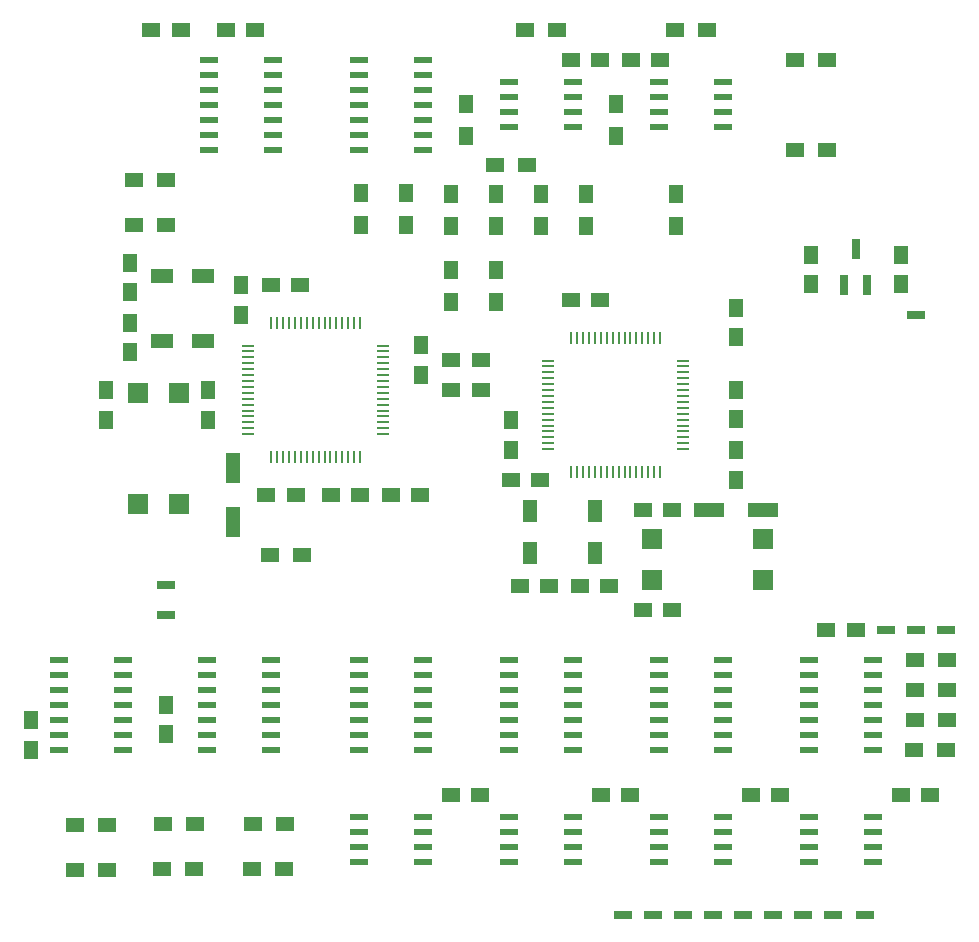
<source format=gtp>
%TF.GenerationSoftware,KiCad,Pcbnew,4.0.7*%
%TF.CreationDate,2018-02-11T18:04:31-06:00*%
%TF.ProjectId,motherboard,6D6F74686572626F6172642E6B696361,rev?*%
%TF.FileFunction,Paste,Top*%
%FSLAX46Y46*%
G04 Gerber Fmt 4.6, Leading zero omitted, Abs format (unit mm)*
G04 Created by KiCad (PCBNEW 4.0.7) date Sun Feb 11 18:04:31 2018*
%MOMM*%
%LPD*%
G01*
G04 APERTURE LIST*
%ADD10C,0.100000*%
%ADD11R,1.500000X0.600000*%
%ADD12R,0.250000X1.000000*%
%ADD13R,1.000000X0.250000*%
%ADD14R,1.500000X1.300000*%
%ADD15R,1.250000X1.500000*%
%ADD16R,1.600000X0.800000*%
%ADD17R,1.550000X0.600000*%
%ADD18R,1.900000X1.300000*%
%ADD19R,1.500000X1.250000*%
%ADD20R,1.198880X2.598420*%
%ADD21R,1.198880X2.600960*%
%ADD22R,2.598420X1.198880*%
%ADD23R,2.600960X1.198880*%
%ADD24R,1.300000X1.500000*%
%ADD25R,0.800100X1.800860*%
%ADD26R,1.800000X1.800000*%
%ADD27R,1.300000X1.900000*%
G04 APERTURE END LIST*
D10*
D11*
X149700000Y-66040000D03*
X149700000Y-67310000D03*
X149700000Y-68580000D03*
X149700000Y-69850000D03*
X149700000Y-71120000D03*
X149700000Y-72390000D03*
X149700000Y-73660000D03*
X155100000Y-73660000D03*
X155100000Y-72390000D03*
X155100000Y-71120000D03*
X155100000Y-69850000D03*
X155100000Y-68580000D03*
X155100000Y-67310000D03*
X155100000Y-66040000D03*
D12*
X167700000Y-100950000D03*
X168200000Y-100950000D03*
X168700000Y-100950000D03*
X169200000Y-100950000D03*
X169700000Y-100950000D03*
X170200000Y-100950000D03*
X170700000Y-100950000D03*
X171200000Y-100950000D03*
X171700000Y-100950000D03*
X172200000Y-100950000D03*
X172700000Y-100950000D03*
X173200000Y-100950000D03*
X173700000Y-100950000D03*
X174200000Y-100950000D03*
X174700000Y-100950000D03*
X175200000Y-100950000D03*
D13*
X177150000Y-99000000D03*
X177150000Y-98500000D03*
X177150000Y-98000000D03*
X177150000Y-97500000D03*
X177150000Y-97000000D03*
X177150000Y-96500000D03*
X177150000Y-96000000D03*
X177150000Y-95500000D03*
X177150000Y-95000000D03*
X177150000Y-94500000D03*
X177150000Y-94000000D03*
X177150000Y-93500000D03*
X177150000Y-93000000D03*
X177150000Y-92500000D03*
X177150000Y-92000000D03*
X177150000Y-91500000D03*
D12*
X175200000Y-89550000D03*
X174700000Y-89550000D03*
X174200000Y-89550000D03*
X173700000Y-89550000D03*
X173200000Y-89550000D03*
X172700000Y-89550000D03*
X172200000Y-89550000D03*
X171700000Y-89550000D03*
X171200000Y-89550000D03*
X170700000Y-89550000D03*
X170200000Y-89550000D03*
X169700000Y-89550000D03*
X169200000Y-89550000D03*
X168700000Y-89550000D03*
X168200000Y-89550000D03*
X167700000Y-89550000D03*
D13*
X165750000Y-91500000D03*
X165750000Y-92000000D03*
X165750000Y-92500000D03*
X165750000Y-93000000D03*
X165750000Y-93500000D03*
X165750000Y-94000000D03*
X165750000Y-94500000D03*
X165750000Y-95000000D03*
X165750000Y-95500000D03*
X165750000Y-96000000D03*
X165750000Y-96500000D03*
X165750000Y-97000000D03*
X165750000Y-97500000D03*
X165750000Y-98000000D03*
X165750000Y-98500000D03*
X165750000Y-99000000D03*
X140350000Y-90230000D03*
X140350000Y-90730000D03*
X140350000Y-91230000D03*
X140350000Y-91730000D03*
X140350000Y-92230000D03*
X140350000Y-92730000D03*
X140350000Y-93230000D03*
X140350000Y-93730000D03*
X140350000Y-94230000D03*
X140350000Y-94730000D03*
X140350000Y-95230000D03*
X140350000Y-95730000D03*
X140350000Y-96230000D03*
X140350000Y-96730000D03*
X140350000Y-97230000D03*
X140350000Y-97730000D03*
D12*
X142300000Y-99680000D03*
X142800000Y-99680000D03*
X143300000Y-99680000D03*
X143800000Y-99680000D03*
X144300000Y-99680000D03*
X144800000Y-99680000D03*
X145300000Y-99680000D03*
X145800000Y-99680000D03*
X146300000Y-99680000D03*
X146800000Y-99680000D03*
X147300000Y-99680000D03*
X147800000Y-99680000D03*
X148300000Y-99680000D03*
X148800000Y-99680000D03*
X149300000Y-99680000D03*
X149800000Y-99680000D03*
D13*
X151750000Y-97730000D03*
X151750000Y-97230000D03*
X151750000Y-96730000D03*
X151750000Y-96230000D03*
X151750000Y-95730000D03*
X151750000Y-95230000D03*
X151750000Y-94730000D03*
X151750000Y-94230000D03*
X151750000Y-93730000D03*
X151750000Y-93230000D03*
X151750000Y-92730000D03*
X151750000Y-92230000D03*
X151750000Y-91730000D03*
X151750000Y-91230000D03*
X151750000Y-90730000D03*
X151750000Y-90230000D03*
D12*
X149800000Y-88280000D03*
X149300000Y-88280000D03*
X148800000Y-88280000D03*
X148300000Y-88280000D03*
X147800000Y-88280000D03*
X147300000Y-88280000D03*
X146800000Y-88280000D03*
X146300000Y-88280000D03*
X145800000Y-88280000D03*
X145300000Y-88280000D03*
X144800000Y-88280000D03*
X144300000Y-88280000D03*
X143800000Y-88280000D03*
X143300000Y-88280000D03*
X142800000Y-88280000D03*
X142300000Y-88280000D03*
D14*
X186610000Y-73660000D03*
X189310000Y-73660000D03*
D15*
X128270000Y-96500000D03*
X128270000Y-94000000D03*
D11*
X162400000Y-116840000D03*
X162400000Y-118110000D03*
X162400000Y-119380000D03*
X162400000Y-120650000D03*
X162400000Y-121920000D03*
X162400000Y-123190000D03*
X162400000Y-124460000D03*
X167800000Y-124460000D03*
X167800000Y-123190000D03*
X167800000Y-121920000D03*
X167800000Y-120650000D03*
X167800000Y-119380000D03*
X167800000Y-118110000D03*
X167800000Y-116840000D03*
D16*
X189865000Y-138430000D03*
D17*
X187800000Y-130175000D03*
X187800000Y-131445000D03*
X187800000Y-132715000D03*
X187800000Y-133985000D03*
X193200000Y-133985000D03*
X193200000Y-132715000D03*
X193200000Y-131445000D03*
X193200000Y-130175000D03*
X175100000Y-130175000D03*
X175100000Y-131445000D03*
X175100000Y-132715000D03*
X175100000Y-133985000D03*
X180500000Y-133985000D03*
X180500000Y-132715000D03*
X180500000Y-131445000D03*
X180500000Y-130175000D03*
D18*
X136497000Y-84372000D03*
X132997000Y-84372000D03*
X136497000Y-89872000D03*
X132997000Y-89872000D03*
D19*
X172700000Y-128270000D03*
X170200000Y-128270000D03*
D15*
X139700000Y-85110000D03*
X139700000Y-87610000D03*
D19*
X141879000Y-102870000D03*
X144379000Y-102870000D03*
X149840000Y-102870000D03*
X147340000Y-102870000D03*
X154920000Y-102870000D03*
X152420000Y-102870000D03*
D15*
X154940000Y-92690000D03*
X154940000Y-90190000D03*
X130302000Y-85705000D03*
X130302000Y-83205000D03*
X130302000Y-88285000D03*
X130302000Y-90785000D03*
D19*
X144760000Y-85090000D03*
X142260000Y-85090000D03*
D15*
X136906000Y-96500000D03*
X136906000Y-94000000D03*
X187960000Y-85050000D03*
X187960000Y-82550000D03*
X195580000Y-85050000D03*
X195580000Y-82550000D03*
D19*
X162580000Y-101600000D03*
X165080000Y-101600000D03*
D15*
X181610000Y-101580000D03*
X181610000Y-99080000D03*
X181610000Y-87015000D03*
X181610000Y-89515000D03*
X181610000Y-96480000D03*
X181610000Y-93980000D03*
D19*
X170140000Y-86360000D03*
X167640000Y-86360000D03*
X165842000Y-110617000D03*
X163342000Y-110617000D03*
X168422000Y-110617000D03*
X170922000Y-110617000D03*
D15*
X162560000Y-96560000D03*
X162560000Y-99060000D03*
D19*
X176256000Y-112649000D03*
X173756000Y-112649000D03*
X176256000Y-104140000D03*
X173756000Y-104140000D03*
X160000000Y-128270000D03*
X157500000Y-128270000D03*
X185400000Y-128270000D03*
X182900000Y-128270000D03*
X198100000Y-128270000D03*
X195600000Y-128270000D03*
D20*
X139065000Y-100568760D03*
D21*
X139065000Y-105171240D03*
D22*
X179308760Y-104140000D03*
D23*
X183911240Y-104140000D03*
D24*
X176530000Y-80090000D03*
X176530000Y-77390000D03*
D14*
X144860000Y-107950000D03*
X142160000Y-107950000D03*
D24*
X168910000Y-80090000D03*
X168910000Y-77390000D03*
X165100000Y-80090000D03*
X165100000Y-77390000D03*
X161290000Y-86520000D03*
X161290000Y-83820000D03*
X157480000Y-86520000D03*
X157480000Y-83820000D03*
X157480000Y-80090000D03*
X157480000Y-77390000D03*
X153670000Y-80010000D03*
X153670000Y-77310000D03*
X149860000Y-80010000D03*
X149860000Y-77310000D03*
D14*
X125650000Y-134620000D03*
X128350000Y-134620000D03*
X133137137Y-130758947D03*
X135837137Y-130758947D03*
X133057137Y-134568947D03*
X135757137Y-134568947D03*
X140757137Y-130758947D03*
X143457137Y-130758947D03*
X140677137Y-134568947D03*
X143377137Y-134568947D03*
X125650000Y-130810000D03*
X128350000Y-130810000D03*
D24*
X161290000Y-80090000D03*
X161290000Y-77390000D03*
D14*
X186610000Y-66040000D03*
X189310000Y-66040000D03*
D24*
X158750000Y-69770000D03*
X158750000Y-72470000D03*
D14*
X161210000Y-74930000D03*
X163910000Y-74930000D03*
D24*
X171450000Y-69770000D03*
X171450000Y-72470000D03*
D14*
X163750000Y-63500000D03*
X166450000Y-63500000D03*
X179150000Y-63500000D03*
X176450000Y-63500000D03*
D16*
X194310000Y-114300000D03*
X196850000Y-114300000D03*
X199390000Y-114300000D03*
X196850000Y-87630000D03*
X133350000Y-110490000D03*
X133350000Y-113030000D03*
X172085000Y-138430000D03*
X174625000Y-138430000D03*
X184785000Y-138430000D03*
X179705000Y-138430000D03*
X182245000Y-138430000D03*
X177165000Y-138430000D03*
X187325000Y-138430000D03*
X192532000Y-138430000D03*
D25*
X190820000Y-85090000D03*
X192720000Y-85090000D03*
X191770000Y-82087720D03*
D11*
X187800000Y-116840000D03*
X187800000Y-118110000D03*
X187800000Y-119380000D03*
X187800000Y-120650000D03*
X187800000Y-121920000D03*
X187800000Y-123190000D03*
X187800000Y-124460000D03*
X193200000Y-124460000D03*
X193200000Y-123190000D03*
X193200000Y-121920000D03*
X193200000Y-120650000D03*
X193200000Y-119380000D03*
X193200000Y-118110000D03*
X193200000Y-116840000D03*
X137000000Y-66040000D03*
X137000000Y-67310000D03*
X137000000Y-68580000D03*
X137000000Y-69850000D03*
X137000000Y-71120000D03*
X137000000Y-72390000D03*
X137000000Y-73660000D03*
X142400000Y-73660000D03*
X142400000Y-72390000D03*
X142400000Y-71120000D03*
X142400000Y-69850000D03*
X142400000Y-68580000D03*
X142400000Y-67310000D03*
X142400000Y-66040000D03*
D17*
X149700000Y-130175000D03*
X149700000Y-131445000D03*
X149700000Y-132715000D03*
X149700000Y-133985000D03*
X155100000Y-133985000D03*
X155100000Y-132715000D03*
X155100000Y-131445000D03*
X155100000Y-130175000D03*
X162400000Y-130175000D03*
X162400000Y-131445000D03*
X162400000Y-132715000D03*
X162400000Y-133985000D03*
X167800000Y-133985000D03*
X167800000Y-132715000D03*
X167800000Y-131445000D03*
X167800000Y-130175000D03*
D11*
X149700000Y-116840000D03*
X149700000Y-118110000D03*
X149700000Y-119380000D03*
X149700000Y-120650000D03*
X149700000Y-121920000D03*
X149700000Y-123190000D03*
X149700000Y-124460000D03*
X155100000Y-124460000D03*
X155100000Y-123190000D03*
X155100000Y-121920000D03*
X155100000Y-120650000D03*
X155100000Y-119380000D03*
X155100000Y-118110000D03*
X155100000Y-116840000D03*
X124300000Y-116840000D03*
X124300000Y-118110000D03*
X124300000Y-119380000D03*
X124300000Y-120650000D03*
X124300000Y-121920000D03*
X124300000Y-123190000D03*
X124300000Y-124460000D03*
X129700000Y-124460000D03*
X129700000Y-123190000D03*
X129700000Y-121920000D03*
X129700000Y-120650000D03*
X129700000Y-119380000D03*
X129700000Y-118110000D03*
X129700000Y-116840000D03*
D17*
X162400000Y-67945000D03*
X162400000Y-69215000D03*
X162400000Y-70485000D03*
X162400000Y-71755000D03*
X167800000Y-71755000D03*
X167800000Y-70485000D03*
X167800000Y-69215000D03*
X167800000Y-67945000D03*
X175100000Y-67945000D03*
X175100000Y-69215000D03*
X175100000Y-70485000D03*
X175100000Y-71755000D03*
X180500000Y-71755000D03*
X180500000Y-70485000D03*
X180500000Y-69215000D03*
X180500000Y-67945000D03*
D11*
X175100000Y-116840000D03*
X175100000Y-118110000D03*
X175100000Y-119380000D03*
X175100000Y-120650000D03*
X175100000Y-121920000D03*
X175100000Y-123190000D03*
X175100000Y-124460000D03*
X180500000Y-124460000D03*
X180500000Y-123190000D03*
X180500000Y-121920000D03*
X180500000Y-120650000D03*
X180500000Y-119380000D03*
X180500000Y-118110000D03*
X180500000Y-116840000D03*
X136840000Y-116840000D03*
X136840000Y-118110000D03*
X136840000Y-119380000D03*
X136840000Y-120650000D03*
X136840000Y-121920000D03*
X136840000Y-123190000D03*
X136840000Y-124460000D03*
X142240000Y-124460000D03*
X142240000Y-123190000D03*
X142240000Y-121920000D03*
X142240000Y-120650000D03*
X142240000Y-119380000D03*
X142240000Y-118110000D03*
X142240000Y-116840000D03*
D26*
X134465000Y-94233000D03*
X130965000Y-94233000D03*
X134465000Y-103633000D03*
X130965000Y-103633000D03*
D27*
X164172000Y-104267000D03*
X164172000Y-107767000D03*
X169672000Y-104267000D03*
X169672000Y-107767000D03*
D26*
X174497000Y-106581000D03*
X174497000Y-110081000D03*
X183897000Y-106581000D03*
X183897000Y-110081000D03*
D19*
X160020000Y-91440000D03*
X157520000Y-91440000D03*
X157520000Y-93980000D03*
X160020000Y-93980000D03*
X191770000Y-114300000D03*
X189270000Y-114300000D03*
D15*
X121920000Y-121960000D03*
X121920000Y-124460000D03*
D19*
X167660000Y-66040000D03*
X170160000Y-66040000D03*
X175220000Y-66040000D03*
X172720000Y-66040000D03*
D15*
X133350000Y-120650000D03*
X133350000Y-123150000D03*
D14*
X196690000Y-124460000D03*
X199390000Y-124460000D03*
X196770000Y-121920000D03*
X199470000Y-121920000D03*
X196770000Y-119380000D03*
X199470000Y-119380000D03*
X196770000Y-116840000D03*
X199470000Y-116840000D03*
X130650000Y-80010000D03*
X133350000Y-80010000D03*
X130650000Y-76200000D03*
X133350000Y-76200000D03*
D19*
X140930000Y-63500000D03*
X138430000Y-63500000D03*
X132120000Y-63500000D03*
X134620000Y-63500000D03*
M02*

</source>
